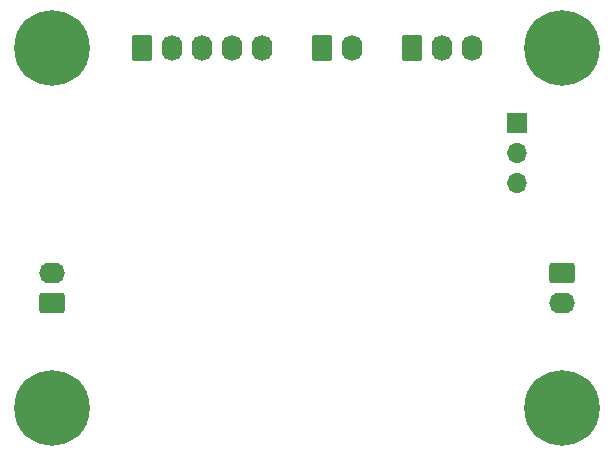
<source format=gbr>
%TF.GenerationSoftware,KiCad,Pcbnew,7.0.1-3b83917a11~172~ubuntu22.04.1*%
%TF.CreationDate,2023-04-03T09:33:55-05:00*%
%TF.ProjectId,adda-blinky,61646461-2d62-46c6-996e-6b792e6b6963,rev?*%
%TF.SameCoordinates,Original*%
%TF.FileFunction,Soldermask,Bot*%
%TF.FilePolarity,Negative*%
%FSLAX46Y46*%
G04 Gerber Fmt 4.6, Leading zero omitted, Abs format (unit mm)*
G04 Created by KiCad (PCBNEW 7.0.1-3b83917a11~172~ubuntu22.04.1) date 2023-04-03 09:33:55*
%MOMM*%
%LPD*%
G01*
G04 APERTURE LIST*
G04 Aperture macros list*
%AMRoundRect*
0 Rectangle with rounded corners*
0 $1 Rounding radius*
0 $2 $3 $4 $5 $6 $7 $8 $9 X,Y pos of 4 corners*
0 Add a 4 corners polygon primitive as box body*
4,1,4,$2,$3,$4,$5,$6,$7,$8,$9,$2,$3,0*
0 Add four circle primitives for the rounded corners*
1,1,$1+$1,$2,$3*
1,1,$1+$1,$4,$5*
1,1,$1+$1,$6,$7*
1,1,$1+$1,$8,$9*
0 Add four rect primitives between the rounded corners*
20,1,$1+$1,$2,$3,$4,$5,0*
20,1,$1+$1,$4,$5,$6,$7,0*
20,1,$1+$1,$6,$7,$8,$9,0*
20,1,$1+$1,$8,$9,$2,$3,0*%
G04 Aperture macros list end*
%ADD10RoundRect,0.250000X0.845000X-0.620000X0.845000X0.620000X-0.845000X0.620000X-0.845000X-0.620000X0*%
%ADD11O,2.190000X1.740000*%
%ADD12C,6.400000*%
%ADD13R,1.700000X1.700000*%
%ADD14O,1.700000X1.700000*%
%ADD15RoundRect,0.250000X-0.620000X-0.845000X0.620000X-0.845000X0.620000X0.845000X-0.620000X0.845000X0*%
%ADD16O,1.740000X2.190000*%
%ADD17RoundRect,0.250000X-0.845000X0.620000X-0.845000X-0.620000X0.845000X-0.620000X0.845000X0.620000X0*%
G04 APERTURE END LIST*
D10*
%TO.C,J1*%
X92710000Y-63500000D03*
D11*
X92710000Y-60960000D03*
%TD*%
D12*
%TO.C,H3*%
X135890000Y-72390000D03*
%TD*%
D13*
%TO.C,RV1*%
X132080000Y-48275000D03*
D14*
X132080000Y-50815000D03*
X132080000Y-53355000D03*
%TD*%
D15*
%TO.C,J3*%
X115570000Y-41910000D03*
D16*
X118110000Y-41910000D03*
%TD*%
D17*
%TO.C,J2*%
X135890000Y-60960000D03*
D11*
X135890000Y-63500000D03*
%TD*%
D12*
%TO.C,H4*%
X135890000Y-41910000D03*
%TD*%
%TO.C,H1*%
X92710000Y-41910000D03*
%TD*%
%TO.C,H2*%
X92710000Y-72390000D03*
%TD*%
D15*
%TO.C,J5*%
X123190000Y-41910000D03*
D16*
X125730000Y-41910000D03*
X128270000Y-41910000D03*
%TD*%
D15*
%TO.C,J4*%
X100330000Y-41910000D03*
D16*
X102870000Y-41910000D03*
X105410000Y-41910000D03*
X107950000Y-41910000D03*
X110490000Y-41910000D03*
%TD*%
M02*

</source>
